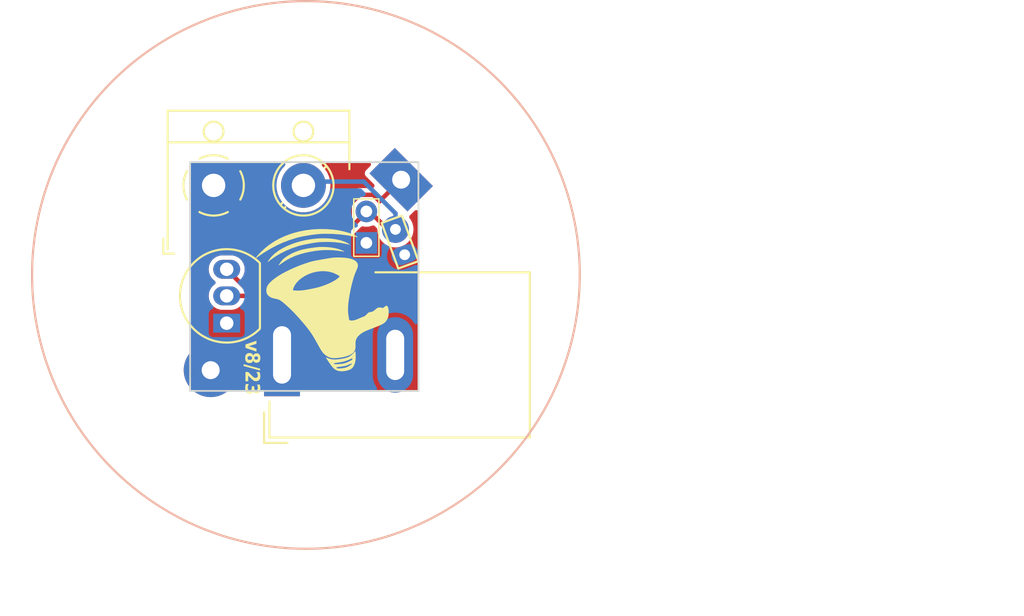
<source format=kicad_pcb>
(kicad_pcb (version 20221018) (generator pcbnew)
  (layers (0 "F.Cu" signal) (31 "B.Cu" signal) (34 "B.Paste" user) (35 "F.Paste" user) (36 "B.SilkS" user "B.Silkscreen") (37 "F.SilkS" user "F.Silkscreen") (38 "B.Mask" user) (39 "F.Mask" user) (44 "Edge.Cuts" user))
  (net 0 "")
  (net 1 "/Gate")
  (net 2 "/GND")
  (net 3 "/Vcc = 12V")
  (net 4 "Net-(Q1-D)")
  (footprint "Package_TO_SOT_THT:TO-92_Inline" (layer "F.Cu") (at 124.934 64.845 90)
    (fp_text reference "Q1" hide)
    (fp_text value "MOSFET")
    (fp_line (start -0.53 1.85) (end 3.07 1.85) (stroke (width 0.12)) (layer "F.SilkS"))
    (fp_arc (start -0.568478 1.838478) (mid -1.132087 -0.994977) (end 1.27 -2.6) (stroke (width 0.12)) (layer "F.SilkS"))
    (fp_arc (start 1.27 -2.6) (mid 3.672087 -0.994977) (end 3.108478 1.838478) (stroke (width 0.12)) (layer "F.SilkS"))
    (pad "1" thru_hole rect (at -0.25 0 90) (size 1.05 1.5) (drill 0.75) (layers "*.Cu" "*.Mask") (net 2 "/GND"))
    (pad "2" thru_hole oval (at 1.27 0 90) (size 1.05 1.5) (drill 0.75) (layers "*.Cu" "*.Mask") (net 1 "/Gate"))
    (pad "3" thru_hole oval (at 2.75 0 90) (size 1.05 1.5) (drill 0.75) (layers "*.Cu" "*.Mask") (net 4 "Net-(Q1-D)"))
  )
  (footprint "BG_Mechanical:TerminalBlock_2057-EBBA-02-C-SS-BU-ND__EBBA-02-C-SS-BU__1x02_P5.00mm_Horizontal" (layer "F.Cu") (at 124.206 57.423)
    (fp_text reference "J1" hide)
    (fp_text value "Conn_01x02_Pin")
    (fp_line (start -2.8 2.96) (end -2.8 3.8) (stroke (width 0.12)) (layer "F.SilkS"))
    (fp_line (start -2.8 3.8) (end -2.2 3.8) (stroke (width 0.12)) (layer "F.SilkS"))
    (fp_line (start -2.56 -4.16) (end -2.56 3.561) (stroke (width 0.12)) (layer "F.SilkS"))
    (fp_line (start -2.56 -4.16) (end 7.56 -4.16) (stroke (width 0.12)) (layer "F.SilkS"))
    (fp_line (start -2.56 -2.4) (end 7.56 -2.4) (stroke (width 0.12)) (layer "F.SilkS"))
    (fp_line (start 3.82 0.976) (end 3.726 1.069) (stroke (width 0.12)) (layer "F.SilkS"))
    (fp_line (start 3.99 1.216) (end 3.931 1.274) (stroke (width 0.12)) (layer "F.SilkS"))
    (fp_line (start 6.07 -1.275) (end 6.011 -1.216) (stroke (width 0.12)) (layer "F.SilkS"))
    (fp_line (start 6.275 -1.069) (end 6.181 -0.976) (stroke (width 0.12)) (layer "F.SilkS"))
    (fp_line (start 7.56 -4.16) (end 7.56 -0.9) (stroke (width 0.12)) (layer "F.SilkS"))
    (fp_arc (start -1.483953 0.789089) (mid -1.680708 0.00005) (end -1.484 -0.789) (stroke (width 0.12)) (layer "F.SilkS"))
    (fp_arc (start -0.789089 -1.483953) (mid -0.00005 -1.680708) (end 0.789 -1.484) (stroke (width 0.12)) (layer "F.SilkS"))
    (fp_arc (start 0.029383 1.68045) (mid -0.392304 1.634281) (end -0.789 1.484) (stroke (width 0.12)) (layer "F.SilkS"))
    (fp_arc (start 0.788712 1.483352) (mid 0.406429 1.630097) (end 0 1.68) (stroke (width 0.12)) (layer "F.SilkS"))
    (fp_arc (start 1.483953 -0.789089) (mid 1.680708 -0.00005) (end 1.484 0.789) (stroke (width 0.12)) (layer "F.SilkS"))
    (fp_circle (center 0 -3) (end 0.55 -3) (stroke (width 0.12)) (fill none) (layer "F.SilkS"))
    (fp_circle (center 5 -3) (end 5.55 -3) (stroke (width 0.12)) (fill none) (layer "F.SilkS"))
    (fp_circle (center 5 0) (end 6.68 0) (stroke (width 0.12)) (fill none) (layer "F.SilkS"))
    (pad "1" thru_hole rect (at 0 0) (size 2.5 2.5) (drill 1.3) (layers "*.Cu" "*.Mask") (net 3 "/Vcc = 12V"))
    (pad "2" thru_hole circle (at 5 0) (size 2.5 2.5) (drill 1.3) (layers "*.Cu" "*.Mask") (net 1 "/Gate"))
  )
  (footprint "Resistor_THT:R_Axial_DIN0204_L3.6mm_D1.6mm_P2.54mm_Vertical" (layer "F.Cu") (at 134.331485 59.873591 -70)
    (fp_text reference "R1" hide)
    (fp_text value "10M" hide)
    (fp_rect (start -0.6 -0.6) (end 2.1 0.6) (stroke (width 0.12)) (fill none) (layer "F.SilkS"))
    (pad "1" thru_hole circle (at 0 0 290) (size 1.5 1.5) (drill 0.6) (layers "*.Cu" "*.Mask") (net 1 "/Gate"))
    (pad "2" thru_hole oval (at 1.5 0 20) (size 1.5 1) (drill 0.6) (layers "*.Cu" "*.Mask") (net 2 "/GND"))
  )
  (footprint "BG_Mechanical:BarrelJack_CP-037A-ND_PJ-037A_Horizontal" (layer "F.Cu") (at 128.016 66.862 90)
    (fp_text reference "J2" hide)
    (fp_text value "Jack-DC")
    (fp_line (start -4.9 -1) (end -4.9 0.3) (stroke (width 0.12)) (layer "F.SilkS"))
    (fp_line (start -4.6 -0.7) (end -2.6 -0.7) (stroke (width 0.12)) (layer "F.SilkS"))
    (fp_line (start -4.6 13.8) (end -4.6 -0.7) (stroke (width 0.12)) (layer "F.SilkS"))
    (fp_line (start -3.2 -1) (end -4.9 -1) (stroke (width 0.12)) (layer "F.SilkS"))
    (fp_line (start 4.6 5.2) (end 4.6 13.8) (stroke (width 0.12)) (layer "F.SilkS"))
    (fp_line (start 4.6 13.8) (end -4.6 13.8) (stroke (width 0.12)) (layer "F.SilkS"))
    (pad "1" thru_hole rect (at 0 0 90) (size 4.6 2) (drill oval 3.2 1) (layers "*.Cu" "*.Mask") (net 3 "/Vcc = 12V"))
    (pad "2" thru_hole oval (at 0 6.3 90) (size 4.2 2) (drill oval 2.8 1) (layers "*.Cu" "*.Mask") (net 2 "/GND"))
  )
  (footprint "Capacitor_THT:C_Disc_D4.3mm_W1.9mm_P5.00mm" (layer "F.Cu") (at 132.711 58.873 -90)
    (fp_text reference "C1" hide)
    (fp_text value "1nF" hide)
    (fp_rect (start -0.7 -0.7) (end 2.5 0.7) (stroke (width 0.08)) (fill none) (layer "F.SilkS"))
    (pad "1" thru_hole circle (at 0 0 270) (size 1.2 1.2) (drill 0.65) (layers "*.Cu" "*.Mask") (net 1 "/Gate"))
    (pad "2" thru_hole rect (at 1.75 0 270) (size 1.2 1.2) (drill 0.65) (layers "*.Cu" "*.Mask") (net 2 "/GND"))
  )
  (footprint "LOGO" (layer "F.Cu") (at 130.410118 63.859719 100)
    (fp_text reference "G***" hide)
    (fp_text value "LOGO" hide)
    (fp_poly (pts (xy 3.057023 -3.363433) (xy 3.200332 -3.191979) (xy 3.341725 -2.995973) (xy 3.476046 -2.783122) (xy 3.598139 -2.561132) (xy 3.611552 -2.534588) (xy 3.754585 -2.213299) (xy 3.870967 -1.87548) (xy 3.960573 -1.523241) (xy 4.023276 -1.15869) (xy 4.05895 -0.783936) (xy 4.067471 -0.401089) (xy 4.048711 -0.012258) (xy 4.002545 0.380448) (xy 3.928847 0.774921) (xy 3.83178 1.154344) (xy 3.774012 1.337041) (xy 3.707568 1.519054) (xy 3.63458 1.696055) (xy 3.557185 1.863716) (xy 3.477514 2.01771) (xy 3.397704 2.15371) (xy 3.319889 2.267388) (xy 3.246202 2.354417) (xy 3.233915 2.36656) (xy 3.174636 2.423293) (xy 3.209956 2.334142) (xy 3.369738 1.901129) (xy 3.501696 1.477957) (xy 3.607056 1.060075) (xy 3.687044 0.642935) (xy 3.713735 0.464183) (xy 3.729749 0.320339) (xy 3.742386 0.152072) (xy 3.751512 -0.032787) (xy 3.756992 -0.226404) (xy 3.758692 -0.420948) (xy 3.756477 -0.608585) (xy 3.750212 -0.781483) (xy 3.739765 -0.93181) (xy 3.738001 -0.950203) (xy 3.686255 -1.35044) (xy 3.61119 -1.740945) (xy 3.511456 -2.126448) (xy 3.385707 -2.511682) (xy 3.232594 -2.901379) (xy 3.094266 -3.209445) (xy 2.983253 -3.44448)) (fill solid) (layer "F.SilkS"))
    (fp_poly (pts (xy 2.707385 -2.760369) (xy 2.743106 -2.729649) (xy 2.789522 -2.684961) (xy 2.841436 -2.631635) (xy 2.893653 -2.574999) (xy 2.940977 -2.520381) (xy 2.976504 -2.475443) (xy 3.098126 -2.286653) (xy 3.205534 -2.071835) (xy 3.298296 -1.834303) (xy 3.375981 -1.577371) (xy 3.438156 -1.304355) (xy 3.484392 -1.018567) (xy 3.514255 -0.723324) (xy 3.527316 -0.421938) (xy 3.523141 -0.117726) (xy 3.5013 0.186) (xy 3.461361 0.485924) (xy 3.402893 0.778732) (xy 3.401138 0.786152) (xy 3.346741 0.987802) (xy 3.281825 1.181749) (xy 3.20842 1.363686) (xy 3.128553 1.529305) (xy 3.044252 1.674299) (xy 2.957545 1.79436) (xy 2.893599 1.864071) (xy 2.834551 1.920804) (xy 2.894513 1.783025) (xy 3.025079 1.44513) (xy 3.132445 1.084894) (xy 3.216505 0.702724) (xy 3.277054 0.299872) (xy 3.285778 0.200581) (xy 3.292055 0.075946) (xy 3.295928 -0.067053) (xy 3.297441 -0.221436) (xy 3.296637 -0.380223) (xy 3.293558 -0.536437) (xy 3.288247 -0.683096) (xy 3.280749 -0.813221) (xy 3.271104 -0.919833) (xy 3.269454 -0.933534) (xy 3.210938 -1.306561) (xy 3.131578 -1.661179) (xy 3.031979 -1.995427) (xy 2.912746 -2.307348) (xy 2.774484 -2.594982) (xy 2.732681 -2.670485) (xy 2.706272 -2.719549) (xy 2.689953 -2.755533) (xy 2.686796 -2.771539) (xy 2.687553 -2.771793)) (fill solid) (layer "F.SilkS"))
    (fp_poly (pts (xy 2.421467 -2.193541) (xy 2.455796 -2.16385) (xy 2.502342 -2.120027) (xy 2.552024 -2.07074) (xy 2.62378 -1.994075) (xy 2.679023 -1.924222) (xy 2.727043 -1.848368) (xy 2.766412 -1.77492) (xy 2.853176 -1.58362) (xy 2.922997 -1.381649) (xy 2.977459 -1.163266) (xy 3.018143 -0.922732) (xy 3.031496 -0.81379) (xy 3.038848 -0.718933) (xy 3.043261 -0.599933) (xy 3.044892 -0.46405) (xy 3.043898 -0.318543) (xy 3.040436 -0.170672) (xy 3.034664 -0.027697) (xy 3.026738 0.103123) (xy 3.016816 0.214529) (xy 3.00773 0.283663) (xy 2.950839 0.576744) (xy 2.879029 0.842928) (xy 2.792516 1.081604) (xy 2.691511 1.292161) (xy 2.607593 1.429467) (xy 2.569009 1.483469) (xy 2.53871 1.520475) (xy 2.519402 1.537877) (xy 2.513787 1.533065) (xy 2.519825 1.514178) (xy 2.542564 1.454664) (xy 2.571205 1.372704) (xy 2.602927 1.277075) (xy 2.63491 1.176554) (xy 2.664334 1.079917) (xy 2.688377 0.995943) (xy 2.697705 0.960639) (xy 2.753261 0.717357) (xy 2.79449 0.479803) (xy 2.822465 0.238787) (xy 2.838257 -0.014881) (xy 2.842949 -0.283663) (xy 2.833757 -0.613535) (xy 2.806342 -0.919738) (xy 2.759953 -1.205914) (xy 2.693839 -1.475703) (xy 2.607246 -1.732746) (xy 2.499424 -1.980684) (xy 2.487282 -2.005444) (xy 2.452681 -2.077455) (xy 2.425706 -2.137858) (xy 2.40852 -2.181456) (xy 2.403287 -2.203052) (xy 2.404467 -2.204467)) (fill solid) (layer "F.SilkS"))
    (fp_poly (pts (xy -3.106567 -0.481536) (xy -3.126428 -0.446866) (xy -3.157003 -0.400615) (xy -3.159186 -0.397488) (xy -3.219196 -0.296615) (xy -3.265264 -0.183348) (xy -3.29834 -0.053502) (xy -3.319374 0.097105) (xy -3.329316 0.272657) (xy -3.330417 0.356605) (xy -3.327915 0.502321) (xy -3.318269 0.623277) (xy -3.299342 0.72674) (xy -3.268999 0.81998) (xy -3.225104 0.910265) (xy -3.165522 1.004864) (xy -3.122024 1.065808) (xy -3.086699 1.114721) (xy -3.060395 1.15298) (xy -3.047812 1.173702) (xy -3.047351 1.175221) (xy -3.050078 1.17946) (xy -3.061913 1.18109) (xy -3.088339 1.179801) (xy -3.134837 1.175278) (xy -3.20689 1.167209) (xy -3.225654 1.16505) (xy -3.407395 1.13525) (xy -3.569475 1.090639) (xy -3.709551 1.032372) (xy -3.825278 0.961603) (xy -3.914315 0.879488) (xy -3.968615 0.798978) (xy -4.005444 0.69826) (xy -4.027198 0.577547) (xy -4.034141 0.445406) (xy -4.031906 0.405726) (xy -3.855595 0.405726) (xy -3.849045 0.499955) (xy -3.831432 0.587088) (xy -3.800455 0.67895) (xy -3.759466 0.774955) (xy -3.730857 0.829861) (xy -3.707411 0.859938) (xy -3.691628 0.864076) (xy -3.686007 0.841169) (xy -3.689926 0.805785) (xy -3.698355 0.765104) (xy -3.712152 0.704817) (xy -3.728604 0.636712) (xy -3.731756 0.624059) (xy -3.744165 0.570446) (xy -3.752474 0.521156) (xy -3.757097 0.468698) (xy -3.758448 0.40558) (xy -3.757148 0.335511) (xy -3.606008 0.335511) (xy -3.605116 0.43373) (xy -3.594946 0.528453) (xy -3.574305 0.63064) (xy -3.541998 0.751251) (xy -3.540732 0.755628) (xy -3.516458 0.835412) (xy -3.496556 0.888688) (xy -3.478054 0.920523) (xy -3.45798 0.935984) (xy -3.433361 0.940138) (xy -3.4325 0.94014) (xy -3.409592 0.934048) (xy -3.409061 0.910032) (xy -3.410793 0.903669) (xy -3.453052 0.745206) (xy -3.482494 0.599928) (xy -3.500375 0.457162) (xy -3.507953 0.306237) (xy -3.506483 0.136479) (xy -3.505289 0.101308) (xy -3.502463 0.000712) (xy -3.50272 -0.069786) (xy -3.506149 -0.112364) (xy -3.512836 -0.129203) (xy -3.514584 -0.129675) (xy -3.533668 -0.122074) (xy -3.549829 -0.097212) (xy -3.563807 -0.051997) (xy -3.576339 0.016663) (xy -3.588165 0.111859) (xy -3.59882 0.222836) (xy -3.606008 0.335511) (xy -3.757148 0.335511) (xy -3.75694 0.32431) (xy -3.753502 0.229988) (xy -3.749665 0.132182) (xy -3.747594 0.062444) (xy -3.747651 0.016456) (xy -3.7502 -0.010103) (xy -3.755602 -0.021551) (xy -3.76422 -0.022208) (xy -3.774273 -0.017546) (xy -3.801621 0.006882) (xy -3.822384 0.049522) (xy -3.837518 0.114116) (xy -3.847975 0.204404) (xy -3.853386 0.292582) (xy -3.855595 0.405726) (xy -4.031906 0.405726) (xy -4.026538 0.310402) (xy -4.004651 0.1811) (xy -3.968745 0.066066) (xy -3.944426 0.014372) (xy -3.896842 -0.061494) (xy -3.840538 -0.126305) (xy -3.769694 -0.18496) (xy -3.678489 -0.242355) (xy -3.574518 -0.296817) (xy -3.47821 -0.343272) (xy -3.383782 -0.387025) (xy -3.29585 -0.426122) (xy -3.219024 -0.458607) (xy -3.157918 -0.482522) (xy -3.117145 -0.495913) (xy -3.101625 -0.497329)) (fill solid) (layer "F.SilkS"))
    (fp_poly (pts (xy 1.177985 -3.110697) (xy 1.20594 -3.103834) (xy 1.295948 -3.070939) (xy 1.379747 -3.019322) (xy 1.460403 -2.946025) (xy 1.540985 -2.848091) (xy 1.624562 -2.722561) (xy 1.655945 -2.670096) (xy 1.74548 -2.500112) (xy 1.832906 -2.301703) (xy 1.917054 -2.078851) (xy 1.996757 -1.835536) (xy 2.070848 -1.575738) (xy 2.138158 -1.303437) (xy 2.19752 -1.022615) (xy 2.247766 -0.737252) (xy 2.272805 -0.567326) (xy 2.28292 -0.489786) (xy 2.291 -0.418154) (xy 2.297264 -0.347379) (xy 2.301933 -0.27241) (xy 2.305225 -0.188197) (xy 2.30736 -0.089688) (xy 2.308558 0.028167) (xy 2.309037 0.170419) (xy 2.309072 0.267454) (xy 2.308833 0.424113) (xy 2.308094 0.553068) (xy 2.306642 0.659032) (xy 2.304259 0.746717) (xy 2.300733 0.820836) (xy 2.295847 0.886103) (xy 2.289388 0.947229) (xy 2.281139 1.008929) (xy 2.272728 1.064276) (xy 2.228132 1.308277) (xy 2.176051 1.521671) (xy 2.116564 1.704302) (xy 2.04975 1.856018) (xy 1.975685 1.976665) (xy 1.894448 2.066088) (xy 1.806116 2.124135) (xy 1.723164 2.149051) (xy 1.673819 2.152826) (xy 1.625027 2.147359) (xy 1.571754 2.130542) (xy 1.508962 2.100267) (xy 1.431616 2.054425) (xy 1.33468 1.990908) (xy 1.31724 1.979116) (xy 1.176719 1.891261) (xy 1.007947 1.79866) (xy 0.814454 1.702972) (xy 0.599768 1.605858) (xy 0.367419 1.508978) (xy 0.120933 1.41399) (xy 0.097256 1.405253) (xy -0.140312 1.322097) (xy -0.355144 1.256071) (xy -0.551417 1.206235) (xy -0.733309 1.171646) (xy -0.904996 1.151364) (xy -1.059706 1.144511) (xy -1.268423 1.142757) (xy -1.302845 1.18855) (xy -1.325792 1.24119) (xy -1.336843 1.318493) (xy -1.336123 1.415014) (xy -1.323759 1.525308) (xy -1.299874 1.643929) (xy -1.291647 1.676006) (xy -1.271726 1.754653) (xy -1.254197 1.831798) (xy -1.241666 1.895613) (xy -1.238049 1.919146) (xy -1.22624 1.983332) (xy -1.205867 2.040898) (xy -1.172474 2.101304) (xy -1.121603 2.174014) (xy -1.111928 2.186913) (xy -1.078139 2.233419) (xy -1.058285 2.269595) (xy -1.048617 2.307358) (xy -1.045388 2.358626) (xy -1.044986 2.399783) (xy -1.043313 2.467185) (xy -1.036618 2.515387) (xy -1.021381 2.557574) (xy -0.994083 2.60693) (xy -0.986233 2.619858) (xy -0.933452 2.709375) (xy -0.898322 2.779796) (xy -0.879476 2.838283) (xy -0.875549 2.891996) (xy -0.885174 2.948095) (xy -0.906985 3.01374) (xy -0.909714 3.020923) (xy -0.944125 3.110845) (xy -0.893048 3.208986) (xy -0.865659 3.2654) (xy -0.853631 3.302658) (xy -0.85488 3.32893) (xy -0.859623 3.340108) (xy -0.89707 3.376357) (xy -0.962412 3.397069) (xy -1.055836 3.402269) (xy -1.17753 3.391983) (xy -1.207594 3.387723) (xy -1.374313 3.350823) (xy -1.515933 3.293856) (xy -1.633119 3.216435) (xy -1.726532 3.118173) (xy -1.76308 3.063561) (xy -1.795798 2.998081) (xy -1.827691 2.912189) (xy -1.859486 2.80325) (xy -1.891912 2.668631) (xy -1.925696 2.505696) (xy -1.944117 2.408501) (xy -1.97411 2.249103) (xy -2.000456 2.117084) (xy -2.024407 2.007779) (xy -2.047216 1.916521) (xy -2.070133 1.838643) (xy -2.09441 1.76948) (xy -2.1213 1.704364) (xy -2.148862 1.645171) (xy -2.223964 1.513302) (xy -2.307825 1.411023) (xy -2.403192 1.336072) (xy -2.512815 1.286182) (xy -2.61287 1.262753) (xy -2.684929 1.251509) (xy -2.765465 1.238892) (xy -2.807332 1.232311) (xy -2.920503 1.20098) (xy -3.016779 1.14494) (xy -3.096414 1.063629) (xy -3.159661 0.956482) (xy -3.206775 0.822938) (xy -3.238008 0.662433) (xy -3.253616 0.474404) (xy -3.253852 0.258289) (xy -3.253337 0.24314) (xy -3.243008 0.078533) (xy -3.223552 -0.059919) (xy -3.192891 -0.177702) (xy -3.148945 -0.280305) (xy -3.089636 -0.373216) (xy -3.012883 -0.461921) (xy -2.970477 -0.503454) (xy -2.925942 -0.542951) (xy -2.879391 -0.578584) (xy -2.827186 -0.61202) (xy -2.765691 -0.644927) (xy -2.691266 -0.678972) (xy -2.600275 -0.715821) (xy -2.489081 -0.757143) (xy -2.354045 -0.804604) (xy -2.282066 -0.82909) (xy 0.795656 -0.82909) (xy 0.797678 -0.670456) (xy 0.802736 -0.509317) (xy 0.810634 -0.353096) (xy 0.821176 -0.209215) (xy 0.834169 -0.085096) (xy 0.840713 -0.03799) (xy 0.880704 0.192373) (xy 0.926622 0.396927) (xy 0.980099 0.581993) (xy 1.042769 0.753895) (xy 1.049331 0.769943) (xy 1.082074 0.842905) (xy 1.117736 0.912074) (xy 1.152666 0.971386) (xy 1.183217 1.014773) (xy 1.205737 1.03617) (xy 1.21024 1.037396) (xy 1.227824 1.025431) (xy 1.26009 0.993101) (xy 1.301978 0.945757) (xy 1.336114 0.904303) (xy 1.460389 0.723186) (xy 1.557825 0.52445) (xy 1.628079 0.309158) (xy 1.670807 0.078373) (xy 1.685663 -0.166842) (xy 1.685674 -0.175423) (xy 1.67333 -0.398905) (xy 1.637654 -0.617839) (xy 1.58027 -0.827985) (xy 1.5028 -1.025106) (xy 1.406868 -1.204961) (xy 1.294097 -1.36331) (xy 1.187352 -1.476782) (xy 1.133361 -1.522432) (xy 1.07339 -1.566311) (xy 1.013678 -1.604686) (xy 0.960461 -1.633829) (xy 0.919977 -1.650008) (xy 0.898497 -1.649529) (xy 0.886551 -1.62435) (xy 0.871907 -1.573409) (xy 0.855877 -1.503111) (xy 0.839771 -1.419865) (xy 0.8249 -1.330076) (xy 0.812576 -1.240153) (xy 0.809751 -1.215743) (xy 0.801497 -1.109156) (xy 0.796864 -0.977797) (xy 0.795656 -0.82909) (xy -2.282066 -0.82909) (xy -2.196362 -0.858245) (xy -2.015369 -0.920731) (xy -1.855565 -0.979757) (xy -1.709342 -1.038759) (xy -1.56909 -1.101175) (xy -1.427202 -1.170442) (xy -1.276068 -1.249998) (xy -1.10808 -1.34328) (xy -1.051657 -1.37537) (xy -0.69146 -1.58942) (xy -0.357121 -1.805105) (xy -0.050926 -2.020899) (xy 0.178303 -2.197464) (xy 0.284495 -2.284151) (xy 0.368177 -2.356084) (xy 0.433079 -2.417547) (xy 0.482927 -2.47283) (xy 0.52145 -2.526217) (xy 0.552376 -2.581996) (xy 0.579432 -2.644454) (xy 0.589111 -2.669855) (xy 0.6343 -2.783257) (xy 0.677396 -2.871663) (xy 0.722482 -2.9419) (xy 0.773645 -3.000795) (xy 0.804169 -3.029347) (xy 0.885519 -3.08756) (xy 0.970935 -3.11978) (xy 1.066422 -3.127121)) (fill solid) (layer "F.SilkS"))
  )
  (footprint "BG_Buzzers:Buzzer_668-1652-ND_AI-3035-TT-12V-R___D30.4mm_P15.0mm" (layer "B.Cu") (at 129.345301 62.408699 45)
    (fp_text reference "LS1" hide)
    (fp_text value "Speaker")
    (fp_circle (center 0 0) (end 15.25 0) (stroke (width 0.12)) (fill none) (layer "B.SilkS"))
    (fp_circle (center 0 0) (end -15.25 0) (stroke (width 0.12)) (fill none) (layer "F.SilkS"))
    (pad "1" thru_hole circle (at -7.5 0 45) (size 3 3) (drill 1) (layers "*.Cu" "*.Mask") (net 3 "/Vcc = 12V"))
    (pad "2" thru_hole rect (at 7.5 0 45) (size 2 3) (drill 1) (layers "*.Cu" "*.Mask") (net 4 "Net-(Q1-D)"))
  )
  (gr_rect (start 122.896 56.13) (end 135.61 68.866) (stroke (width 0.1)) (fill none) (layer "Edge.Cuts"))
  (gr_text "v8/23" (at 125.842 66.057 270) (layer "F.SilkS") (effects (font (size 0.8 0.7) (thickness 0.14) bold) (justify left bottom)))
  (segment (start 133.897591 59.873591) (end 134.331485 59.873591) (width 0.25) (layer "F.Cu") (net 1))
  (segment (start 132.711 58.873) (end 132.897 58.873) (width 0.25) (layer "F.Cu") (net 1))
  (segment (start 132.897 58.873) (end 133.897591 59.873591) (width 0.25) (layer "F.Cu") (net 1))
  (segment (start 128.04 63.575) (end 124.934 63.575) (width 0.25) (layer "F.Cu") (net 1))
  (segment (start 132.711 58.873) (end 132.711 58.904) (width 0.25) (layer "F.Cu") (net 1))
  (segment (start 132.711 58.904) (end 128.04 63.575) (width 0.25) (layer "F.Cu") (net 1))
  (segment (start 134.331485 58.977485) (end 132.565 57.211) (width 0.25) (layer "B.Cu") (net 1))
  (segment (start 132.565 57.211) (end 129.221 57.211) (width 0.25) (layer "B.Cu") (net 1))
  (segment (start 134.331485 59.873591) (end 134.331485 58.977485) (width 0.25) (layer "B.Cu") (net 1))
  (segment (start 125.919 63.08) (end 124.934 62.095) (width 0.25) (layer "F.Cu") (net 4))
  (segment (start 131.786 58.489852) (end 131.786 59.192604) (width 0.25) (layer "F.Cu") (net 4))
  (segment (start 132.327852 57.948) (end 131.786 58.489852) (width 0.25) (layer "F.Cu") (net 4))
  (segment (start 131.786 59.192604) (end 127.898604 63.08) (width 0.25) (layer "F.Cu") (net 4))
  (segment (start 133.450074 58.303926) (end 133.094148 57.948) (width 0.25) (layer "F.Cu") (net 4))
  (segment (start 127.898604 63.08) (end 125.919 63.08) (width 0.25) (layer "F.Cu") (net 4))
  (segment (start 134.648602 57.105398) (end 133.450074 58.303926) (width 0.25) (layer "F.Cu") (net 4))
  (segment (start 133.094148 57.948) (end 132.327852 57.948) (width 0.25) (layer "F.Cu") (net 4))
  (zone (net 2) (net_name "/GND") (layer "F.Cu") (connect_pads yes (clearance 0.25)) (min_thickness 0.25) (fill yes (thermal_gap 0.25) (thermal_bridge_width 0.5))
    (polygon (pts (xy 135.975 56.002) (xy 135.883 68.806) (xy 135.452 69.237) (xy 123.237 69.237) (xy 122.801 69.021) (xy 122.6 56) (xy 123.22 56.002)))
  )
  (zone (net 3) (net_name "/Vcc = 12V") (layer "B.Cu") (priority 1) (connect_pads yes (clearance 0.25)) (min_thickness 0.25) (fill yes (thermal_gap 0.25) (thermal_bridge_width 0.5))
    (polygon (pts (xy 136.009 55.968) (xy 135.845 69.026) (xy 135.612 69.283) (xy 123.28 69.215) (xy 122.794 68.999) (xy 122.747 55.9) (xy 123.201 56.027)))
  )
)
</source>
